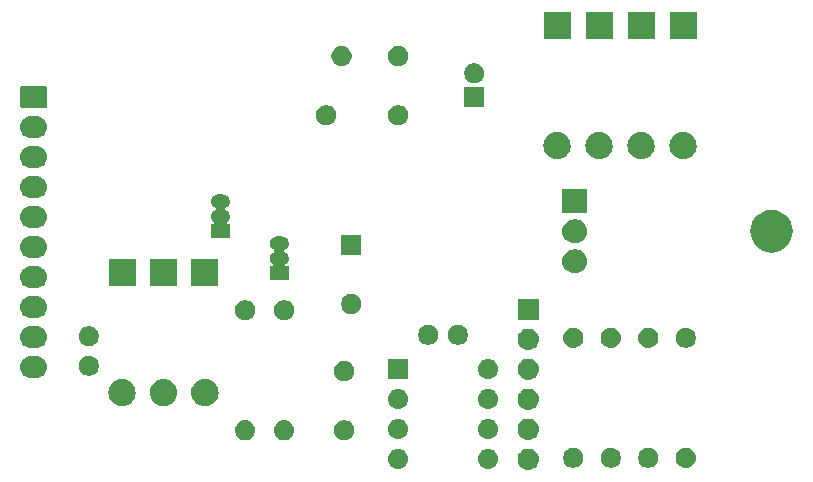
<source format=gbr>
G04 #@! TF.GenerationSoftware,KiCad,Pcbnew,6.0.0-unknown-r15630-3caa4376*
G04 #@! TF.CreationDate,2019-05-16T13:37:44+01:00*
G04 #@! TF.ProjectId,FuelGauge,4675656c-4761-4756-9765-2e6b69636164,1.0*
G04 #@! TF.SameCoordinates,Original*
G04 #@! TF.FileFunction,Soldermask,Bot*
G04 #@! TF.FilePolarity,Negative*
%FSLAX46Y46*%
G04 Gerber Fmt 4.6, Leading zero omitted, Abs format (unit mm)*
G04 Created by KiCad (PCBNEW 6.0.0-unknown-r15630-3caa4376) date 2019-05-16 13:37:44*
%MOMM*%
%LPD*%
G04 APERTURE LIST*
%ADD10C,0.100000*%
G04 APERTURE END LIST*
D10*
G36*
X149490442Y-97125518D02*
G01*
X149556627Y-97132037D01*
X149726466Y-97183557D01*
X149882991Y-97267222D01*
X149893682Y-97275996D01*
X150020186Y-97379814D01*
X150103448Y-97481271D01*
X150132778Y-97517009D01*
X150216443Y-97673534D01*
X150267963Y-97843373D01*
X150285359Y-98020000D01*
X150267963Y-98196627D01*
X150216443Y-98366466D01*
X150132778Y-98522991D01*
X150107317Y-98554015D01*
X150020186Y-98660186D01*
X149933060Y-98731687D01*
X149882991Y-98772778D01*
X149726466Y-98856443D01*
X149556627Y-98907963D01*
X149490442Y-98914482D01*
X149424260Y-98921000D01*
X149335740Y-98921000D01*
X149269557Y-98914481D01*
X149203373Y-98907963D01*
X149033534Y-98856443D01*
X148877009Y-98772778D01*
X148826940Y-98731687D01*
X148739814Y-98660186D01*
X148652683Y-98554015D01*
X148627222Y-98522991D01*
X148543557Y-98366466D01*
X148492037Y-98196627D01*
X148474641Y-98020000D01*
X148492037Y-97843373D01*
X148543557Y-97673534D01*
X148627222Y-97517009D01*
X148656552Y-97481271D01*
X148739814Y-97379814D01*
X148866318Y-97275996D01*
X148877009Y-97267222D01*
X149033534Y-97183557D01*
X149203373Y-97132037D01*
X149269558Y-97125518D01*
X149335740Y-97119000D01*
X149424260Y-97119000D01*
X149490442Y-97125518D01*
X149490442Y-97125518D01*
G37*
G36*
X146148823Y-97148313D02*
G01*
X146309242Y-97196976D01*
X146374739Y-97231985D01*
X146457078Y-97275996D01*
X146586659Y-97382341D01*
X146693004Y-97511922D01*
X146693005Y-97511924D01*
X146772024Y-97659758D01*
X146820687Y-97820177D01*
X146837117Y-97987000D01*
X146820687Y-98153823D01*
X146772024Y-98314242D01*
X146743249Y-98368076D01*
X146693004Y-98462078D01*
X146586659Y-98591659D01*
X146457078Y-98698004D01*
X146457076Y-98698005D01*
X146309242Y-98777024D01*
X146148823Y-98825687D01*
X146023804Y-98838000D01*
X145940196Y-98838000D01*
X145815177Y-98825687D01*
X145654758Y-98777024D01*
X145506924Y-98698005D01*
X145506922Y-98698004D01*
X145377341Y-98591659D01*
X145270996Y-98462078D01*
X145220751Y-98368076D01*
X145191976Y-98314242D01*
X145143313Y-98153823D01*
X145126883Y-97987000D01*
X145143313Y-97820177D01*
X145191976Y-97659758D01*
X145270995Y-97511924D01*
X145270996Y-97511922D01*
X145377341Y-97382341D01*
X145506922Y-97275996D01*
X145589261Y-97231985D01*
X145654758Y-97196976D01*
X145815177Y-97148313D01*
X145940196Y-97136000D01*
X146023804Y-97136000D01*
X146148823Y-97148313D01*
X146148823Y-97148313D01*
G37*
G36*
X138528823Y-97148313D02*
G01*
X138689242Y-97196976D01*
X138754739Y-97231985D01*
X138837078Y-97275996D01*
X138966659Y-97382341D01*
X139073004Y-97511922D01*
X139073005Y-97511924D01*
X139152024Y-97659758D01*
X139200687Y-97820177D01*
X139217117Y-97987000D01*
X139200687Y-98153823D01*
X139152024Y-98314242D01*
X139123249Y-98368076D01*
X139073004Y-98462078D01*
X138966659Y-98591659D01*
X138837078Y-98698004D01*
X138837076Y-98698005D01*
X138689242Y-98777024D01*
X138528823Y-98825687D01*
X138403804Y-98838000D01*
X138320196Y-98838000D01*
X138195177Y-98825687D01*
X138034758Y-98777024D01*
X137886924Y-98698005D01*
X137886922Y-98698004D01*
X137757341Y-98591659D01*
X137650996Y-98462078D01*
X137600751Y-98368076D01*
X137571976Y-98314242D01*
X137523313Y-98153823D01*
X137506883Y-97987000D01*
X137523313Y-97820177D01*
X137571976Y-97659758D01*
X137650995Y-97511924D01*
X137650996Y-97511922D01*
X137757341Y-97382341D01*
X137886922Y-97275996D01*
X137969261Y-97231985D01*
X138034758Y-97196976D01*
X138195177Y-97148313D01*
X138320196Y-97136000D01*
X138403804Y-97136000D01*
X138528823Y-97148313D01*
X138528823Y-97148313D01*
G37*
G36*
X153438228Y-97074703D02*
G01*
X153593100Y-97138853D01*
X153732481Y-97231985D01*
X153851015Y-97350519D01*
X153944147Y-97489900D01*
X154008297Y-97644772D01*
X154041000Y-97809184D01*
X154041000Y-97976816D01*
X154008297Y-98141228D01*
X153944147Y-98296100D01*
X153851015Y-98435481D01*
X153732481Y-98554015D01*
X153593100Y-98647147D01*
X153438228Y-98711297D01*
X153273816Y-98744000D01*
X153106184Y-98744000D01*
X152941772Y-98711297D01*
X152786900Y-98647147D01*
X152647519Y-98554015D01*
X152528985Y-98435481D01*
X152435853Y-98296100D01*
X152371703Y-98141228D01*
X152339000Y-97976816D01*
X152339000Y-97809184D01*
X152371703Y-97644772D01*
X152435853Y-97489900D01*
X152528985Y-97350519D01*
X152647519Y-97231985D01*
X152786900Y-97138853D01*
X152941772Y-97074703D01*
X153106184Y-97042000D01*
X153273816Y-97042000D01*
X153438228Y-97074703D01*
X153438228Y-97074703D01*
G37*
G36*
X162881823Y-97054313D02*
G01*
X163042242Y-97102976D01*
X163096611Y-97132037D01*
X163190078Y-97181996D01*
X163319659Y-97288341D01*
X163426004Y-97417922D01*
X163426005Y-97417924D01*
X163505024Y-97565758D01*
X163553687Y-97726177D01*
X163570117Y-97893000D01*
X163553687Y-98059823D01*
X163505024Y-98220242D01*
X163454780Y-98314242D01*
X163426004Y-98368078D01*
X163319659Y-98497659D01*
X163190078Y-98604004D01*
X163190076Y-98604005D01*
X163042242Y-98683024D01*
X162881823Y-98731687D01*
X162756804Y-98744000D01*
X162673196Y-98744000D01*
X162548177Y-98731687D01*
X162387758Y-98683024D01*
X162239924Y-98604005D01*
X162239922Y-98604004D01*
X162110341Y-98497659D01*
X162003996Y-98368078D01*
X161975220Y-98314242D01*
X161924976Y-98220242D01*
X161876313Y-98059823D01*
X161859883Y-97893000D01*
X161876313Y-97726177D01*
X161924976Y-97565758D01*
X162003995Y-97417924D01*
X162003996Y-97417922D01*
X162110341Y-97288341D01*
X162239922Y-97181996D01*
X162333389Y-97132037D01*
X162387758Y-97102976D01*
X162548177Y-97054313D01*
X162673196Y-97042000D01*
X162756804Y-97042000D01*
X162881823Y-97054313D01*
X162881823Y-97054313D01*
G37*
G36*
X159788228Y-97074703D02*
G01*
X159943100Y-97138853D01*
X160082481Y-97231985D01*
X160201015Y-97350519D01*
X160294147Y-97489900D01*
X160358297Y-97644772D01*
X160391000Y-97809184D01*
X160391000Y-97976816D01*
X160358297Y-98141228D01*
X160294147Y-98296100D01*
X160201015Y-98435481D01*
X160082481Y-98554015D01*
X159943100Y-98647147D01*
X159788228Y-98711297D01*
X159623816Y-98744000D01*
X159456184Y-98744000D01*
X159291772Y-98711297D01*
X159136900Y-98647147D01*
X158997519Y-98554015D01*
X158878985Y-98435481D01*
X158785853Y-98296100D01*
X158721703Y-98141228D01*
X158689000Y-97976816D01*
X158689000Y-97809184D01*
X158721703Y-97644772D01*
X158785853Y-97489900D01*
X158878985Y-97350519D01*
X158997519Y-97231985D01*
X159136900Y-97138853D01*
X159291772Y-97074703D01*
X159456184Y-97042000D01*
X159623816Y-97042000D01*
X159788228Y-97074703D01*
X159788228Y-97074703D01*
G37*
G36*
X156613228Y-97074703D02*
G01*
X156768100Y-97138853D01*
X156907481Y-97231985D01*
X157026015Y-97350519D01*
X157119147Y-97489900D01*
X157183297Y-97644772D01*
X157216000Y-97809184D01*
X157216000Y-97976816D01*
X157183297Y-98141228D01*
X157119147Y-98296100D01*
X157026015Y-98435481D01*
X156907481Y-98554015D01*
X156768100Y-98647147D01*
X156613228Y-98711297D01*
X156448816Y-98744000D01*
X156281184Y-98744000D01*
X156116772Y-98711297D01*
X155961900Y-98647147D01*
X155822519Y-98554015D01*
X155703985Y-98435481D01*
X155610853Y-98296100D01*
X155546703Y-98141228D01*
X155514000Y-97976816D01*
X155514000Y-97809184D01*
X155546703Y-97644772D01*
X155610853Y-97489900D01*
X155703985Y-97350519D01*
X155822519Y-97231985D01*
X155961900Y-97138853D01*
X156116772Y-97074703D01*
X156281184Y-97042000D01*
X156448816Y-97042000D01*
X156613228Y-97074703D01*
X156613228Y-97074703D01*
G37*
G36*
X134038228Y-94739703D02*
G01*
X134193100Y-94803853D01*
X134332481Y-94896985D01*
X134451015Y-95015519D01*
X134544147Y-95154900D01*
X134608297Y-95309772D01*
X134641000Y-95474184D01*
X134641000Y-95641816D01*
X134608297Y-95806228D01*
X134544147Y-95961100D01*
X134451015Y-96100481D01*
X134332481Y-96219015D01*
X134193100Y-96312147D01*
X134038228Y-96376297D01*
X133873816Y-96409000D01*
X133706184Y-96409000D01*
X133541772Y-96376297D01*
X133386900Y-96312147D01*
X133247519Y-96219015D01*
X133128985Y-96100481D01*
X133035853Y-95961100D01*
X132971703Y-95806228D01*
X132939000Y-95641816D01*
X132939000Y-95474184D01*
X132971703Y-95309772D01*
X133035853Y-95154900D01*
X133128985Y-95015519D01*
X133247519Y-94896985D01*
X133386900Y-94803853D01*
X133541772Y-94739703D01*
X133706184Y-94707000D01*
X133873816Y-94707000D01*
X134038228Y-94739703D01*
X134038228Y-94739703D01*
G37*
G36*
X128876823Y-94719313D02*
G01*
X129037242Y-94767976D01*
X129104361Y-94803852D01*
X129185078Y-94846996D01*
X129314659Y-94953341D01*
X129421004Y-95082922D01*
X129421005Y-95082924D01*
X129500024Y-95230758D01*
X129548687Y-95391177D01*
X129565117Y-95558000D01*
X129548687Y-95724823D01*
X129500024Y-95885242D01*
X129459477Y-95961100D01*
X129421004Y-96033078D01*
X129314659Y-96162659D01*
X129185078Y-96269004D01*
X129185076Y-96269005D01*
X129037242Y-96348024D01*
X128876823Y-96396687D01*
X128751804Y-96409000D01*
X128668196Y-96409000D01*
X128543177Y-96396687D01*
X128382758Y-96348024D01*
X128234924Y-96269005D01*
X128234922Y-96269004D01*
X128105341Y-96162659D01*
X127998996Y-96033078D01*
X127960523Y-95961100D01*
X127919976Y-95885242D01*
X127871313Y-95724823D01*
X127854883Y-95558000D01*
X127871313Y-95391177D01*
X127919976Y-95230758D01*
X127998995Y-95082924D01*
X127998996Y-95082922D01*
X128105341Y-94953341D01*
X128234922Y-94846996D01*
X128315639Y-94803852D01*
X128382758Y-94767976D01*
X128543177Y-94719313D01*
X128668196Y-94707000D01*
X128751804Y-94707000D01*
X128876823Y-94719313D01*
X128876823Y-94719313D01*
G37*
G36*
X125574823Y-94719313D02*
G01*
X125735242Y-94767976D01*
X125802361Y-94803852D01*
X125883078Y-94846996D01*
X126012659Y-94953341D01*
X126119004Y-95082922D01*
X126119005Y-95082924D01*
X126198024Y-95230758D01*
X126246687Y-95391177D01*
X126263117Y-95558000D01*
X126246687Y-95724823D01*
X126198024Y-95885242D01*
X126157477Y-95961100D01*
X126119004Y-96033078D01*
X126012659Y-96162659D01*
X125883078Y-96269004D01*
X125883076Y-96269005D01*
X125735242Y-96348024D01*
X125574823Y-96396687D01*
X125449804Y-96409000D01*
X125366196Y-96409000D01*
X125241177Y-96396687D01*
X125080758Y-96348024D01*
X124932924Y-96269005D01*
X124932922Y-96269004D01*
X124803341Y-96162659D01*
X124696996Y-96033078D01*
X124658523Y-95961100D01*
X124617976Y-95885242D01*
X124569313Y-95724823D01*
X124552883Y-95558000D01*
X124569313Y-95391177D01*
X124617976Y-95230758D01*
X124696995Y-95082924D01*
X124696996Y-95082922D01*
X124803341Y-94953341D01*
X124932922Y-94846996D01*
X125013639Y-94803852D01*
X125080758Y-94767976D01*
X125241177Y-94719313D01*
X125366196Y-94707000D01*
X125449804Y-94707000D01*
X125574823Y-94719313D01*
X125574823Y-94719313D01*
G37*
G36*
X149490443Y-94585519D02*
G01*
X149556627Y-94592037D01*
X149726466Y-94643557D01*
X149882991Y-94727222D01*
X149893682Y-94735996D01*
X150020186Y-94839814D01*
X150067104Y-94896985D01*
X150132778Y-94977009D01*
X150216443Y-95133534D01*
X150267963Y-95303373D01*
X150285359Y-95480000D01*
X150267963Y-95656627D01*
X150216443Y-95826466D01*
X150132778Y-95982991D01*
X150103448Y-96018729D01*
X150020186Y-96120186D01*
X149918729Y-96203448D01*
X149882991Y-96232778D01*
X149726466Y-96316443D01*
X149556627Y-96367963D01*
X149490443Y-96374481D01*
X149424260Y-96381000D01*
X149335740Y-96381000D01*
X149269557Y-96374481D01*
X149203373Y-96367963D01*
X149033534Y-96316443D01*
X148877009Y-96232778D01*
X148841271Y-96203448D01*
X148739814Y-96120186D01*
X148656552Y-96018729D01*
X148627222Y-95982991D01*
X148543557Y-95826466D01*
X148492037Y-95656627D01*
X148474641Y-95480000D01*
X148492037Y-95303373D01*
X148543557Y-95133534D01*
X148627222Y-94977009D01*
X148692896Y-94896985D01*
X148739814Y-94839814D01*
X148866318Y-94735996D01*
X148877009Y-94727222D01*
X149033534Y-94643557D01*
X149203373Y-94592037D01*
X149269557Y-94585519D01*
X149335740Y-94579000D01*
X149424260Y-94579000D01*
X149490443Y-94585519D01*
X149490443Y-94585519D01*
G37*
G36*
X138528823Y-94608313D02*
G01*
X138689242Y-94656976D01*
X138782830Y-94707000D01*
X138837078Y-94735996D01*
X138966659Y-94842341D01*
X139073004Y-94971922D01*
X139073005Y-94971924D01*
X139152024Y-95119758D01*
X139200687Y-95280177D01*
X139217117Y-95447000D01*
X139200687Y-95613823D01*
X139152024Y-95774242D01*
X139092695Y-95885239D01*
X139073004Y-95922078D01*
X138966659Y-96051659D01*
X138837078Y-96158004D01*
X138837076Y-96158005D01*
X138689242Y-96237024D01*
X138528823Y-96285687D01*
X138403804Y-96298000D01*
X138320196Y-96298000D01*
X138195177Y-96285687D01*
X138034758Y-96237024D01*
X137886924Y-96158005D01*
X137886922Y-96158004D01*
X137757341Y-96051659D01*
X137650996Y-95922078D01*
X137631305Y-95885239D01*
X137571976Y-95774242D01*
X137523313Y-95613823D01*
X137506883Y-95447000D01*
X137523313Y-95280177D01*
X137571976Y-95119758D01*
X137650995Y-94971924D01*
X137650996Y-94971922D01*
X137757341Y-94842341D01*
X137886922Y-94735996D01*
X137941170Y-94707000D01*
X138034758Y-94656976D01*
X138195177Y-94608313D01*
X138320196Y-94596000D01*
X138403804Y-94596000D01*
X138528823Y-94608313D01*
X138528823Y-94608313D01*
G37*
G36*
X146148823Y-94608313D02*
G01*
X146309242Y-94656976D01*
X146402830Y-94707000D01*
X146457078Y-94735996D01*
X146586659Y-94842341D01*
X146693004Y-94971922D01*
X146693005Y-94971924D01*
X146772024Y-95119758D01*
X146820687Y-95280177D01*
X146837117Y-95447000D01*
X146820687Y-95613823D01*
X146772024Y-95774242D01*
X146712695Y-95885239D01*
X146693004Y-95922078D01*
X146586659Y-96051659D01*
X146457078Y-96158004D01*
X146457076Y-96158005D01*
X146309242Y-96237024D01*
X146148823Y-96285687D01*
X146023804Y-96298000D01*
X145940196Y-96298000D01*
X145815177Y-96285687D01*
X145654758Y-96237024D01*
X145506924Y-96158005D01*
X145506922Y-96158004D01*
X145377341Y-96051659D01*
X145270996Y-95922078D01*
X145251305Y-95885239D01*
X145191976Y-95774242D01*
X145143313Y-95613823D01*
X145126883Y-95447000D01*
X145143313Y-95280177D01*
X145191976Y-95119758D01*
X145270995Y-94971924D01*
X145270996Y-94971922D01*
X145377341Y-94842341D01*
X145506922Y-94735996D01*
X145561170Y-94707000D01*
X145654758Y-94656976D01*
X145815177Y-94608313D01*
X145940196Y-94596000D01*
X146023804Y-94596000D01*
X146148823Y-94608313D01*
X146148823Y-94608313D01*
G37*
G36*
X149490442Y-92045518D02*
G01*
X149556627Y-92052037D01*
X149726466Y-92103557D01*
X149882991Y-92187222D01*
X149893682Y-92195996D01*
X150020186Y-92299814D01*
X150088454Y-92383000D01*
X150132778Y-92437009D01*
X150216443Y-92593534D01*
X150267963Y-92763373D01*
X150285359Y-92940000D01*
X150267963Y-93116627D01*
X150216443Y-93286466D01*
X150132778Y-93442991D01*
X150125771Y-93451529D01*
X150020186Y-93580186D01*
X149918729Y-93663448D01*
X149882991Y-93692778D01*
X149726466Y-93776443D01*
X149556627Y-93827963D01*
X149490442Y-93834482D01*
X149424260Y-93841000D01*
X149335740Y-93841000D01*
X149269558Y-93834482D01*
X149203373Y-93827963D01*
X149033534Y-93776443D01*
X148877009Y-93692778D01*
X148841271Y-93663448D01*
X148739814Y-93580186D01*
X148634229Y-93451529D01*
X148627222Y-93442991D01*
X148543557Y-93286466D01*
X148492037Y-93116627D01*
X148474641Y-92940000D01*
X148492037Y-92763373D01*
X148543557Y-92593534D01*
X148627222Y-92437009D01*
X148671546Y-92383000D01*
X148739814Y-92299814D01*
X148866318Y-92195996D01*
X148877009Y-92187222D01*
X149033534Y-92103557D01*
X149203373Y-92052037D01*
X149269558Y-92045518D01*
X149335740Y-92039000D01*
X149424260Y-92039000D01*
X149490442Y-92045518D01*
X149490442Y-92045518D01*
G37*
G36*
X138528823Y-92068313D02*
G01*
X138689242Y-92116976D01*
X138764804Y-92157365D01*
X138837078Y-92195996D01*
X138966659Y-92302341D01*
X139073004Y-92431922D01*
X139073005Y-92431924D01*
X139152024Y-92579758D01*
X139200687Y-92740177D01*
X139217117Y-92907000D01*
X139200687Y-93073823D01*
X139152024Y-93234242D01*
X139093008Y-93344653D01*
X139073004Y-93382078D01*
X138966659Y-93511659D01*
X138837078Y-93618004D01*
X138837076Y-93618005D01*
X138689242Y-93697024D01*
X138528823Y-93745687D01*
X138403804Y-93758000D01*
X138320196Y-93758000D01*
X138195177Y-93745687D01*
X138034758Y-93697024D01*
X137886924Y-93618005D01*
X137886922Y-93618004D01*
X137757341Y-93511659D01*
X137650996Y-93382078D01*
X137630992Y-93344653D01*
X137571976Y-93234242D01*
X137523313Y-93073823D01*
X137506883Y-92907000D01*
X137523313Y-92740177D01*
X137571976Y-92579758D01*
X137650995Y-92431924D01*
X137650996Y-92431922D01*
X137757341Y-92302341D01*
X137886922Y-92195996D01*
X137959196Y-92157365D01*
X138034758Y-92116976D01*
X138195177Y-92068313D01*
X138320196Y-92056000D01*
X138403804Y-92056000D01*
X138528823Y-92068313D01*
X138528823Y-92068313D01*
G37*
G36*
X146148823Y-92068313D02*
G01*
X146309242Y-92116976D01*
X146384804Y-92157365D01*
X146457078Y-92195996D01*
X146586659Y-92302341D01*
X146693004Y-92431922D01*
X146693005Y-92431924D01*
X146772024Y-92579758D01*
X146820687Y-92740177D01*
X146837117Y-92907000D01*
X146820687Y-93073823D01*
X146772024Y-93234242D01*
X146713008Y-93344653D01*
X146693004Y-93382078D01*
X146586659Y-93511659D01*
X146457078Y-93618004D01*
X146457076Y-93618005D01*
X146309242Y-93697024D01*
X146148823Y-93745687D01*
X146023804Y-93758000D01*
X145940196Y-93758000D01*
X145815177Y-93745687D01*
X145654758Y-93697024D01*
X145506924Y-93618005D01*
X145506922Y-93618004D01*
X145377341Y-93511659D01*
X145270996Y-93382078D01*
X145250992Y-93344653D01*
X145191976Y-93234242D01*
X145143313Y-93073823D01*
X145126883Y-92907000D01*
X145143313Y-92740177D01*
X145191976Y-92579758D01*
X145270995Y-92431924D01*
X145270996Y-92431922D01*
X145377341Y-92302341D01*
X145506922Y-92195996D01*
X145579196Y-92157365D01*
X145654758Y-92116976D01*
X145815177Y-92068313D01*
X145940196Y-92056000D01*
X146023804Y-92056000D01*
X146148823Y-92068313D01*
X146148823Y-92068313D01*
G37*
G36*
X118667937Y-91243103D02*
G01*
X118724301Y-91248654D01*
X118941266Y-91314470D01*
X118941268Y-91314471D01*
X119141221Y-91421347D01*
X119316484Y-91565182D01*
X119460319Y-91740445D01*
X119567195Y-91940398D01*
X119567196Y-91940400D01*
X119633012Y-92157365D01*
X119655235Y-92383000D01*
X119633012Y-92608635D01*
X119586072Y-92763375D01*
X119567195Y-92825602D01*
X119460319Y-93025555D01*
X119316484Y-93200818D01*
X119141221Y-93344653D01*
X118941268Y-93451529D01*
X118941266Y-93451530D01*
X118724301Y-93517346D01*
X118667937Y-93522897D01*
X118555211Y-93534000D01*
X118442121Y-93534000D01*
X118329395Y-93522897D01*
X118273031Y-93517346D01*
X118056066Y-93451530D01*
X118056064Y-93451529D01*
X117856111Y-93344653D01*
X117680848Y-93200818D01*
X117537013Y-93025555D01*
X117430137Y-92825602D01*
X117411261Y-92763375D01*
X117364320Y-92608635D01*
X117342097Y-92383000D01*
X117364320Y-92157365D01*
X117430136Y-91940400D01*
X117430137Y-91940398D01*
X117537013Y-91740445D01*
X117680848Y-91565182D01*
X117856111Y-91421347D01*
X118056064Y-91314471D01*
X118056066Y-91314470D01*
X118273031Y-91248654D01*
X118329395Y-91243103D01*
X118442121Y-91232000D01*
X118555211Y-91232000D01*
X118667937Y-91243103D01*
X118667937Y-91243103D01*
G37*
G36*
X122172603Y-91243103D02*
G01*
X122228967Y-91248654D01*
X122445932Y-91314470D01*
X122445934Y-91314471D01*
X122645887Y-91421347D01*
X122821150Y-91565182D01*
X122964985Y-91740445D01*
X123071861Y-91940398D01*
X123071862Y-91940400D01*
X123137678Y-92157365D01*
X123159901Y-92383000D01*
X123137678Y-92608635D01*
X123090738Y-92763375D01*
X123071861Y-92825602D01*
X122964985Y-93025555D01*
X122821150Y-93200818D01*
X122645887Y-93344653D01*
X122445934Y-93451529D01*
X122445932Y-93451530D01*
X122228967Y-93517346D01*
X122172603Y-93522897D01*
X122059877Y-93534000D01*
X121946787Y-93534000D01*
X121834061Y-93522897D01*
X121777697Y-93517346D01*
X121560732Y-93451530D01*
X121560730Y-93451529D01*
X121360777Y-93344653D01*
X121185514Y-93200818D01*
X121041679Y-93025555D01*
X120934803Y-92825602D01*
X120915927Y-92763375D01*
X120868986Y-92608635D01*
X120846763Y-92383000D01*
X120868986Y-92157365D01*
X120934802Y-91940400D01*
X120934803Y-91940398D01*
X121041679Y-91740445D01*
X121185514Y-91565182D01*
X121360777Y-91421347D01*
X121560730Y-91314471D01*
X121560732Y-91314470D01*
X121777697Y-91248654D01*
X121834061Y-91243103D01*
X121946787Y-91232000D01*
X122059877Y-91232000D01*
X122172603Y-91243103D01*
X122172603Y-91243103D01*
G37*
G36*
X115163271Y-91243103D02*
G01*
X115219635Y-91248654D01*
X115436600Y-91314470D01*
X115436602Y-91314471D01*
X115636555Y-91421347D01*
X115811818Y-91565182D01*
X115955653Y-91740445D01*
X116062529Y-91940398D01*
X116062530Y-91940400D01*
X116128346Y-92157365D01*
X116150569Y-92383000D01*
X116128346Y-92608635D01*
X116081406Y-92763375D01*
X116062529Y-92825602D01*
X115955653Y-93025555D01*
X115811818Y-93200818D01*
X115636555Y-93344653D01*
X115436602Y-93451529D01*
X115436600Y-93451530D01*
X115219635Y-93517346D01*
X115163271Y-93522897D01*
X115050545Y-93534000D01*
X114937455Y-93534000D01*
X114824729Y-93522897D01*
X114768365Y-93517346D01*
X114551400Y-93451530D01*
X114551398Y-93451529D01*
X114351445Y-93344653D01*
X114176182Y-93200818D01*
X114032347Y-93025555D01*
X113925471Y-92825602D01*
X113906595Y-92763375D01*
X113859654Y-92608635D01*
X113837431Y-92383000D01*
X113859654Y-92157365D01*
X113925470Y-91940400D01*
X113925471Y-91940398D01*
X114032347Y-91740445D01*
X114176182Y-91565182D01*
X114351445Y-91421347D01*
X114551398Y-91314471D01*
X114551400Y-91314470D01*
X114768365Y-91248654D01*
X114824729Y-91243103D01*
X114937455Y-91232000D01*
X115050545Y-91232000D01*
X115163271Y-91243103D01*
X115163271Y-91243103D01*
G37*
G36*
X134038228Y-89739703D02*
G01*
X134193100Y-89803853D01*
X134332481Y-89896985D01*
X134451015Y-90015519D01*
X134544147Y-90154900D01*
X134608297Y-90309772D01*
X134641000Y-90474184D01*
X134641000Y-90641816D01*
X134608297Y-90806228D01*
X134544147Y-90961100D01*
X134451015Y-91100481D01*
X134332481Y-91219015D01*
X134193100Y-91312147D01*
X134038228Y-91376297D01*
X133873816Y-91409000D01*
X133706184Y-91409000D01*
X133541772Y-91376297D01*
X133386900Y-91312147D01*
X133247519Y-91219015D01*
X133128985Y-91100481D01*
X133035853Y-90961100D01*
X132971703Y-90806228D01*
X132939000Y-90641816D01*
X132939000Y-90474184D01*
X132971703Y-90309772D01*
X133035853Y-90154900D01*
X133128985Y-90015519D01*
X133247519Y-89896985D01*
X133386900Y-89803853D01*
X133541772Y-89739703D01*
X133706184Y-89707000D01*
X133873816Y-89707000D01*
X134038228Y-89739703D01*
X134038228Y-89739703D01*
G37*
G36*
X149490443Y-89505519D02*
G01*
X149556627Y-89512037D01*
X149726466Y-89563557D01*
X149882991Y-89647222D01*
X149893682Y-89655996D01*
X150020186Y-89759814D01*
X150100576Y-89857771D01*
X150132778Y-89897009D01*
X150132779Y-89897011D01*
X150199687Y-90022185D01*
X150216443Y-90053534D01*
X150267963Y-90223373D01*
X150285359Y-90400000D01*
X150267963Y-90576627D01*
X150216443Y-90746466D01*
X150132778Y-90902991D01*
X150115294Y-90924295D01*
X150020186Y-91040186D01*
X149946716Y-91100480D01*
X149882991Y-91152778D01*
X149726466Y-91236443D01*
X149556627Y-91287963D01*
X149490442Y-91294482D01*
X149424260Y-91301000D01*
X149335740Y-91301000D01*
X149269558Y-91294482D01*
X149203373Y-91287963D01*
X149033534Y-91236443D01*
X148877009Y-91152778D01*
X148813284Y-91100480D01*
X148739814Y-91040186D01*
X148644706Y-90924295D01*
X148627222Y-90902991D01*
X148543557Y-90746466D01*
X148492037Y-90576627D01*
X148474641Y-90400000D01*
X148492037Y-90223373D01*
X148543557Y-90053534D01*
X148560314Y-90022185D01*
X148627221Y-89897011D01*
X148627222Y-89897009D01*
X148659424Y-89857771D01*
X148739814Y-89759814D01*
X148866318Y-89655996D01*
X148877009Y-89647222D01*
X149033534Y-89563557D01*
X149203373Y-89512037D01*
X149269557Y-89505519D01*
X149335740Y-89499000D01*
X149424260Y-89499000D01*
X149490443Y-89505519D01*
X149490443Y-89505519D01*
G37*
G36*
X139213000Y-91218000D02*
G01*
X137511000Y-91218000D01*
X137511000Y-89516000D01*
X139213000Y-89516000D01*
X139213000Y-91218000D01*
X139213000Y-91218000D01*
G37*
G36*
X146148823Y-89528313D02*
G01*
X146309242Y-89576976D01*
X146440661Y-89647221D01*
X146457078Y-89655996D01*
X146586659Y-89762341D01*
X146693004Y-89891922D01*
X146693005Y-89891924D01*
X146772024Y-90039758D01*
X146820687Y-90200177D01*
X146837117Y-90367000D01*
X146820687Y-90533823D01*
X146772024Y-90694242D01*
X146733126Y-90767015D01*
X146693004Y-90842078D01*
X146586659Y-90971659D01*
X146457078Y-91078004D01*
X146457076Y-91078005D01*
X146309242Y-91157024D01*
X146148823Y-91205687D01*
X146023804Y-91218000D01*
X145940196Y-91218000D01*
X145815177Y-91205687D01*
X145654758Y-91157024D01*
X145506924Y-91078005D01*
X145506922Y-91078004D01*
X145377341Y-90971659D01*
X145270996Y-90842078D01*
X145230874Y-90767015D01*
X145191976Y-90694242D01*
X145143313Y-90533823D01*
X145126883Y-90367000D01*
X145143313Y-90200177D01*
X145191976Y-90039758D01*
X145270995Y-89891924D01*
X145270996Y-89891922D01*
X145377341Y-89762341D01*
X145506922Y-89655996D01*
X145523339Y-89647221D01*
X145654758Y-89576976D01*
X145815177Y-89528313D01*
X145940196Y-89516000D01*
X146023804Y-89516000D01*
X146148823Y-89528313D01*
X146148823Y-89528313D01*
G37*
G36*
X107821345Y-89307442D02*
G01*
X107911548Y-89316326D01*
X108085157Y-89368990D01*
X108245156Y-89454511D01*
X108288729Y-89490271D01*
X108385397Y-89569603D01*
X108449096Y-89647222D01*
X108500489Y-89709844D01*
X108586010Y-89869843D01*
X108638674Y-90043452D01*
X108656456Y-90224000D01*
X108638674Y-90404548D01*
X108586010Y-90578157D01*
X108500489Y-90738156D01*
X108493667Y-90746468D01*
X108385397Y-90878397D01*
X108289618Y-90957000D01*
X108245156Y-90993489D01*
X108085157Y-91079010D01*
X107911548Y-91131674D01*
X107821345Y-91140558D01*
X107776245Y-91145000D01*
X107225755Y-91145000D01*
X107180655Y-91140558D01*
X107090452Y-91131674D01*
X106916843Y-91079010D01*
X106756844Y-90993489D01*
X106712382Y-90957000D01*
X106616603Y-90878397D01*
X106508333Y-90746468D01*
X106501511Y-90738156D01*
X106415990Y-90578157D01*
X106363326Y-90404548D01*
X106345544Y-90224000D01*
X106363326Y-90043452D01*
X106415990Y-89869843D01*
X106501511Y-89709844D01*
X106552904Y-89647222D01*
X106616603Y-89569603D01*
X106713271Y-89490271D01*
X106756844Y-89454511D01*
X106916843Y-89368990D01*
X107090452Y-89316326D01*
X107180655Y-89307442D01*
X107225755Y-89303000D01*
X107776245Y-89303000D01*
X107821345Y-89307442D01*
X107821345Y-89307442D01*
G37*
G36*
X112417228Y-89287703D02*
G01*
X112572100Y-89351853D01*
X112711481Y-89444985D01*
X112830015Y-89563519D01*
X112923147Y-89702900D01*
X112987297Y-89857772D01*
X113020000Y-90022184D01*
X113020000Y-90189816D01*
X112987297Y-90354228D01*
X112923147Y-90509100D01*
X112830015Y-90648481D01*
X112711481Y-90767015D01*
X112572100Y-90860147D01*
X112417228Y-90924297D01*
X112252816Y-90957000D01*
X112085184Y-90957000D01*
X111920772Y-90924297D01*
X111765900Y-90860147D01*
X111626519Y-90767015D01*
X111507985Y-90648481D01*
X111414853Y-90509100D01*
X111350703Y-90354228D01*
X111318000Y-90189816D01*
X111318000Y-90022184D01*
X111350703Y-89857772D01*
X111414853Y-89702900D01*
X111507985Y-89563519D01*
X111626519Y-89444985D01*
X111765900Y-89351853D01*
X111920772Y-89287703D01*
X112085184Y-89255000D01*
X112252816Y-89255000D01*
X112417228Y-89287703D01*
X112417228Y-89287703D01*
G37*
G36*
X149490442Y-86965518D02*
G01*
X149556627Y-86972037D01*
X149726466Y-87023557D01*
X149882991Y-87107222D01*
X149908724Y-87128341D01*
X150020186Y-87219814D01*
X150103448Y-87321271D01*
X150132778Y-87357009D01*
X150216443Y-87513534D01*
X150267963Y-87683373D01*
X150285359Y-87860000D01*
X150267963Y-88036627D01*
X150216443Y-88206466D01*
X150132778Y-88362991D01*
X150107317Y-88394015D01*
X150020186Y-88500186D01*
X149933060Y-88571687D01*
X149882991Y-88612778D01*
X149726466Y-88696443D01*
X149556627Y-88747963D01*
X149490443Y-88754481D01*
X149424260Y-88761000D01*
X149335740Y-88761000D01*
X149269557Y-88754481D01*
X149203373Y-88747963D01*
X149033534Y-88696443D01*
X148877009Y-88612778D01*
X148826940Y-88571687D01*
X148739814Y-88500186D01*
X148652683Y-88394015D01*
X148627222Y-88362991D01*
X148543557Y-88206466D01*
X148492037Y-88036627D01*
X148474641Y-87860000D01*
X148492037Y-87683373D01*
X148543557Y-87513534D01*
X148627222Y-87357009D01*
X148656552Y-87321271D01*
X148739814Y-87219814D01*
X148851276Y-87128341D01*
X148877009Y-87107222D01*
X149033534Y-87023557D01*
X149203373Y-86972037D01*
X149269558Y-86965518D01*
X149335740Y-86959000D01*
X149424260Y-86959000D01*
X149490442Y-86965518D01*
X149490442Y-86965518D01*
G37*
G36*
X107821345Y-86767442D02*
G01*
X107911548Y-86776326D01*
X108085157Y-86828990D01*
X108245156Y-86914511D01*
X108279839Y-86942975D01*
X108385397Y-87029603D01*
X108449096Y-87107222D01*
X108500489Y-87169844D01*
X108586010Y-87329843D01*
X108638674Y-87503452D01*
X108656456Y-87684000D01*
X108638674Y-87864548D01*
X108586010Y-88038157D01*
X108500489Y-88198156D01*
X108464729Y-88241729D01*
X108385397Y-88338397D01*
X108317625Y-88394015D01*
X108245156Y-88453489D01*
X108085157Y-88539010D01*
X107911548Y-88591674D01*
X107821345Y-88600558D01*
X107776245Y-88605000D01*
X107225755Y-88605000D01*
X107180655Y-88600558D01*
X107090452Y-88591674D01*
X106916843Y-88539010D01*
X106756844Y-88453489D01*
X106684375Y-88394015D01*
X106616603Y-88338397D01*
X106537271Y-88241729D01*
X106501511Y-88198156D01*
X106415990Y-88038157D01*
X106363326Y-87864548D01*
X106345544Y-87684000D01*
X106363326Y-87503452D01*
X106415990Y-87329843D01*
X106501511Y-87169844D01*
X106552904Y-87107222D01*
X106616603Y-87029603D01*
X106722161Y-86942975D01*
X106756844Y-86914511D01*
X106916843Y-86828990D01*
X107090452Y-86776326D01*
X107180655Y-86767442D01*
X107225755Y-86763000D01*
X107776245Y-86763000D01*
X107821345Y-86767442D01*
X107821345Y-86767442D01*
G37*
G36*
X153356823Y-86894313D02*
G01*
X153517242Y-86942976D01*
X153571611Y-86972037D01*
X153665078Y-87021996D01*
X153794659Y-87128341D01*
X153901004Y-87257922D01*
X153901005Y-87257924D01*
X153980024Y-87405758D01*
X154028687Y-87566177D01*
X154045117Y-87733000D01*
X154028687Y-87899823D01*
X153980024Y-88060242D01*
X153939477Y-88136100D01*
X153901004Y-88208078D01*
X153794659Y-88337659D01*
X153665078Y-88444004D01*
X153665076Y-88444005D01*
X153517242Y-88523024D01*
X153356823Y-88571687D01*
X153231804Y-88584000D01*
X153148196Y-88584000D01*
X153023177Y-88571687D01*
X152862758Y-88523024D01*
X152714924Y-88444005D01*
X152714922Y-88444004D01*
X152585341Y-88337659D01*
X152478996Y-88208078D01*
X152440523Y-88136100D01*
X152399976Y-88060242D01*
X152351313Y-87899823D01*
X152334883Y-87733000D01*
X152351313Y-87566177D01*
X152399976Y-87405758D01*
X152478995Y-87257924D01*
X152478996Y-87257922D01*
X152585341Y-87128341D01*
X152714922Y-87021996D01*
X152808389Y-86972037D01*
X152862758Y-86942976D01*
X153023177Y-86894313D01*
X153148196Y-86882000D01*
X153231804Y-86882000D01*
X153356823Y-86894313D01*
X153356823Y-86894313D01*
G37*
G36*
X159706823Y-86894313D02*
G01*
X159867242Y-86942976D01*
X159921611Y-86972037D01*
X160015078Y-87021996D01*
X160144659Y-87128341D01*
X160251004Y-87257922D01*
X160251005Y-87257924D01*
X160330024Y-87405758D01*
X160378687Y-87566177D01*
X160395117Y-87733000D01*
X160378687Y-87899823D01*
X160330024Y-88060242D01*
X160289477Y-88136100D01*
X160251004Y-88208078D01*
X160144659Y-88337659D01*
X160015078Y-88444004D01*
X160015076Y-88444005D01*
X159867242Y-88523024D01*
X159706823Y-88571687D01*
X159581804Y-88584000D01*
X159498196Y-88584000D01*
X159373177Y-88571687D01*
X159212758Y-88523024D01*
X159064924Y-88444005D01*
X159064922Y-88444004D01*
X158935341Y-88337659D01*
X158828996Y-88208078D01*
X158790523Y-88136100D01*
X158749976Y-88060242D01*
X158701313Y-87899823D01*
X158684883Y-87733000D01*
X158701313Y-87566177D01*
X158749976Y-87405758D01*
X158828995Y-87257924D01*
X158828996Y-87257922D01*
X158935341Y-87128341D01*
X159064922Y-87021996D01*
X159158389Y-86972037D01*
X159212758Y-86942976D01*
X159373177Y-86894313D01*
X159498196Y-86882000D01*
X159581804Y-86882000D01*
X159706823Y-86894313D01*
X159706823Y-86894313D01*
G37*
G36*
X156531823Y-86894313D02*
G01*
X156692242Y-86942976D01*
X156746611Y-86972037D01*
X156840078Y-87021996D01*
X156969659Y-87128341D01*
X157076004Y-87257922D01*
X157076005Y-87257924D01*
X157155024Y-87405758D01*
X157203687Y-87566177D01*
X157220117Y-87733000D01*
X157203687Y-87899823D01*
X157155024Y-88060242D01*
X157114477Y-88136100D01*
X157076004Y-88208078D01*
X156969659Y-88337659D01*
X156840078Y-88444004D01*
X156840076Y-88444005D01*
X156692242Y-88523024D01*
X156531823Y-88571687D01*
X156406804Y-88584000D01*
X156323196Y-88584000D01*
X156198177Y-88571687D01*
X156037758Y-88523024D01*
X155889924Y-88444005D01*
X155889922Y-88444004D01*
X155760341Y-88337659D01*
X155653996Y-88208078D01*
X155615523Y-88136100D01*
X155574976Y-88060242D01*
X155526313Y-87899823D01*
X155509883Y-87733000D01*
X155526313Y-87566177D01*
X155574976Y-87405758D01*
X155653995Y-87257924D01*
X155653996Y-87257922D01*
X155760341Y-87128341D01*
X155889922Y-87021996D01*
X155983389Y-86972037D01*
X156037758Y-86942976D01*
X156198177Y-86894313D01*
X156323196Y-86882000D01*
X156406804Y-86882000D01*
X156531823Y-86894313D01*
X156531823Y-86894313D01*
G37*
G36*
X162963228Y-86914703D02*
G01*
X163118100Y-86978853D01*
X163257481Y-87071985D01*
X163376015Y-87190519D01*
X163469147Y-87329900D01*
X163533297Y-87484772D01*
X163566000Y-87649184D01*
X163566000Y-87816816D01*
X163533297Y-87981228D01*
X163469147Y-88136100D01*
X163376015Y-88275481D01*
X163257481Y-88394015D01*
X163118100Y-88487147D01*
X162963228Y-88551297D01*
X162798816Y-88584000D01*
X162631184Y-88584000D01*
X162466772Y-88551297D01*
X162311900Y-88487147D01*
X162172519Y-88394015D01*
X162053985Y-88275481D01*
X161960853Y-88136100D01*
X161896703Y-87981228D01*
X161864000Y-87816816D01*
X161864000Y-87649184D01*
X161896703Y-87484772D01*
X161960853Y-87329900D01*
X162053985Y-87190519D01*
X162172519Y-87071985D01*
X162311900Y-86978853D01*
X162466772Y-86914703D01*
X162631184Y-86882000D01*
X162798816Y-86882000D01*
X162963228Y-86914703D01*
X162963228Y-86914703D01*
G37*
G36*
X112417228Y-86787703D02*
G01*
X112572100Y-86851853D01*
X112711481Y-86944985D01*
X112830015Y-87063519D01*
X112923147Y-87202900D01*
X112987297Y-87357772D01*
X113020000Y-87522184D01*
X113020000Y-87689816D01*
X112987297Y-87854228D01*
X112923147Y-88009100D01*
X112830015Y-88148481D01*
X112711481Y-88267015D01*
X112572100Y-88360147D01*
X112417228Y-88424297D01*
X112252816Y-88457000D01*
X112085184Y-88457000D01*
X111920772Y-88424297D01*
X111765900Y-88360147D01*
X111626519Y-88267015D01*
X111507985Y-88148481D01*
X111414853Y-88009100D01*
X111350703Y-87854228D01*
X111318000Y-87689816D01*
X111318000Y-87522184D01*
X111350703Y-87357772D01*
X111414853Y-87202900D01*
X111507985Y-87063519D01*
X111626519Y-86944985D01*
X111765900Y-86851853D01*
X111920772Y-86787703D01*
X112085184Y-86755000D01*
X112252816Y-86755000D01*
X112417228Y-86787703D01*
X112417228Y-86787703D01*
G37*
G36*
X141160228Y-86660703D02*
G01*
X141315100Y-86724853D01*
X141454481Y-86817985D01*
X141573015Y-86936519D01*
X141666147Y-87075900D01*
X141730297Y-87230772D01*
X141763000Y-87395184D01*
X141763000Y-87562816D01*
X141730297Y-87727228D01*
X141666147Y-87882100D01*
X141573015Y-88021481D01*
X141454481Y-88140015D01*
X141315100Y-88233147D01*
X141160228Y-88297297D01*
X140995816Y-88330000D01*
X140828184Y-88330000D01*
X140663772Y-88297297D01*
X140508900Y-88233147D01*
X140369519Y-88140015D01*
X140250985Y-88021481D01*
X140157853Y-87882100D01*
X140093703Y-87727228D01*
X140061000Y-87562816D01*
X140061000Y-87395184D01*
X140093703Y-87230772D01*
X140157853Y-87075900D01*
X140250985Y-86936519D01*
X140369519Y-86817985D01*
X140508900Y-86724853D01*
X140663772Y-86660703D01*
X140828184Y-86628000D01*
X140995816Y-86628000D01*
X141160228Y-86660703D01*
X141160228Y-86660703D01*
G37*
G36*
X143660228Y-86660703D02*
G01*
X143815100Y-86724853D01*
X143954481Y-86817985D01*
X144073015Y-86936519D01*
X144166147Y-87075900D01*
X144230297Y-87230772D01*
X144263000Y-87395184D01*
X144263000Y-87562816D01*
X144230297Y-87727228D01*
X144166147Y-87882100D01*
X144073015Y-88021481D01*
X143954481Y-88140015D01*
X143815100Y-88233147D01*
X143660228Y-88297297D01*
X143495816Y-88330000D01*
X143328184Y-88330000D01*
X143163772Y-88297297D01*
X143008900Y-88233147D01*
X142869519Y-88140015D01*
X142750985Y-88021481D01*
X142657853Y-87882100D01*
X142593703Y-87727228D01*
X142561000Y-87562816D01*
X142561000Y-87395184D01*
X142593703Y-87230772D01*
X142657853Y-87075900D01*
X142750985Y-86936519D01*
X142869519Y-86817985D01*
X143008900Y-86724853D01*
X143163772Y-86660703D01*
X143328184Y-86628000D01*
X143495816Y-86628000D01*
X143660228Y-86660703D01*
X143660228Y-86660703D01*
G37*
G36*
X128958228Y-84579703D02*
G01*
X129113100Y-84643853D01*
X129252481Y-84736985D01*
X129371015Y-84855519D01*
X129464147Y-84994900D01*
X129528297Y-85149772D01*
X129561000Y-85314184D01*
X129561000Y-85481816D01*
X129528297Y-85646228D01*
X129464147Y-85801100D01*
X129371015Y-85940481D01*
X129252481Y-86059015D01*
X129113100Y-86152147D01*
X128958228Y-86216297D01*
X128793816Y-86249000D01*
X128626184Y-86249000D01*
X128461772Y-86216297D01*
X128306900Y-86152147D01*
X128167519Y-86059015D01*
X128048985Y-85940481D01*
X127955853Y-85801100D01*
X127891703Y-85646228D01*
X127859000Y-85481816D01*
X127859000Y-85314184D01*
X127891703Y-85149772D01*
X127955853Y-84994900D01*
X128048985Y-84855519D01*
X128167519Y-84736985D01*
X128306900Y-84643853D01*
X128461772Y-84579703D01*
X128626184Y-84547000D01*
X128793816Y-84547000D01*
X128958228Y-84579703D01*
X128958228Y-84579703D01*
G37*
G36*
X125656228Y-84579703D02*
G01*
X125811100Y-84643853D01*
X125950481Y-84736985D01*
X126069015Y-84855519D01*
X126162147Y-84994900D01*
X126226297Y-85149772D01*
X126259000Y-85314184D01*
X126259000Y-85481816D01*
X126226297Y-85646228D01*
X126162147Y-85801100D01*
X126069015Y-85940481D01*
X125950481Y-86059015D01*
X125811100Y-86152147D01*
X125656228Y-86216297D01*
X125491816Y-86249000D01*
X125324184Y-86249000D01*
X125159772Y-86216297D01*
X125004900Y-86152147D01*
X124865519Y-86059015D01*
X124746985Y-85940481D01*
X124653853Y-85801100D01*
X124589703Y-85646228D01*
X124557000Y-85481816D01*
X124557000Y-85314184D01*
X124589703Y-85149772D01*
X124653853Y-84994900D01*
X124746985Y-84855519D01*
X124865519Y-84736985D01*
X125004900Y-84643853D01*
X125159772Y-84579703D01*
X125324184Y-84547000D01*
X125491816Y-84547000D01*
X125656228Y-84579703D01*
X125656228Y-84579703D01*
G37*
G36*
X150281000Y-86221000D02*
G01*
X148479000Y-86221000D01*
X148479000Y-84419000D01*
X150281000Y-84419000D01*
X150281000Y-86221000D01*
X150281000Y-86221000D01*
G37*
G36*
X107821345Y-84227442D02*
G01*
X107911548Y-84236326D01*
X108085157Y-84288990D01*
X108245156Y-84374511D01*
X108288729Y-84410271D01*
X108385397Y-84489603D01*
X108459339Y-84579703D01*
X108500489Y-84629844D01*
X108586010Y-84789843D01*
X108638674Y-84963452D01*
X108656456Y-85144000D01*
X108638674Y-85324548D01*
X108586010Y-85498157D01*
X108500489Y-85658156D01*
X108484780Y-85677297D01*
X108385397Y-85798397D01*
X108288729Y-85877729D01*
X108245156Y-85913489D01*
X108085157Y-85999010D01*
X107911548Y-86051674D01*
X107837012Y-86059015D01*
X107776245Y-86065000D01*
X107225755Y-86065000D01*
X107164988Y-86059015D01*
X107090452Y-86051674D01*
X106916843Y-85999010D01*
X106756844Y-85913489D01*
X106713271Y-85877729D01*
X106616603Y-85798397D01*
X106517220Y-85677297D01*
X106501511Y-85658156D01*
X106415990Y-85498157D01*
X106363326Y-85324548D01*
X106345544Y-85144000D01*
X106363326Y-84963452D01*
X106415990Y-84789843D01*
X106501511Y-84629844D01*
X106542661Y-84579703D01*
X106616603Y-84489603D01*
X106713271Y-84410271D01*
X106756844Y-84374511D01*
X106916843Y-84288990D01*
X107090452Y-84236326D01*
X107180655Y-84227442D01*
X107225755Y-84223000D01*
X107776245Y-84223000D01*
X107821345Y-84227442D01*
X107821345Y-84227442D01*
G37*
G36*
X134642228Y-84040703D02*
G01*
X134797100Y-84104853D01*
X134936481Y-84197985D01*
X135055015Y-84316519D01*
X135148147Y-84455900D01*
X135212297Y-84610772D01*
X135245000Y-84775184D01*
X135245000Y-84942816D01*
X135212297Y-85107228D01*
X135148147Y-85262100D01*
X135055015Y-85401481D01*
X134936481Y-85520015D01*
X134797100Y-85613147D01*
X134642228Y-85677297D01*
X134477816Y-85710000D01*
X134310184Y-85710000D01*
X134145772Y-85677297D01*
X133990900Y-85613147D01*
X133851519Y-85520015D01*
X133732985Y-85401481D01*
X133639853Y-85262100D01*
X133575703Y-85107228D01*
X133543000Y-84942816D01*
X133543000Y-84775184D01*
X133575703Y-84610772D01*
X133639853Y-84455900D01*
X133732985Y-84316519D01*
X133851519Y-84197985D01*
X133990900Y-84104853D01*
X134145772Y-84040703D01*
X134310184Y-84008000D01*
X134477816Y-84008000D01*
X134642228Y-84040703D01*
X134642228Y-84040703D01*
G37*
G36*
X107811629Y-81686485D02*
G01*
X107911548Y-81696326D01*
X108085157Y-81748990D01*
X108245156Y-81834511D01*
X108288729Y-81870271D01*
X108385397Y-81949603D01*
X108464729Y-82046271D01*
X108500489Y-82089844D01*
X108586010Y-82249843D01*
X108638674Y-82423452D01*
X108656456Y-82604000D01*
X108638674Y-82784548D01*
X108586010Y-82958157D01*
X108500489Y-83118156D01*
X108464729Y-83161729D01*
X108385397Y-83258397D01*
X108288729Y-83337729D01*
X108245156Y-83373489D01*
X108085157Y-83459010D01*
X107911548Y-83511674D01*
X107821345Y-83520558D01*
X107776245Y-83525000D01*
X107225755Y-83525000D01*
X107180655Y-83520558D01*
X107090452Y-83511674D01*
X106916843Y-83459010D01*
X106756844Y-83373489D01*
X106713271Y-83337729D01*
X106616603Y-83258397D01*
X106537271Y-83161729D01*
X106501511Y-83118156D01*
X106415990Y-82958157D01*
X106363326Y-82784548D01*
X106345544Y-82604000D01*
X106363326Y-82423452D01*
X106415990Y-82249843D01*
X106501511Y-82089844D01*
X106537271Y-82046271D01*
X106616603Y-81949603D01*
X106713271Y-81870271D01*
X106756844Y-81834511D01*
X106916843Y-81748990D01*
X107090452Y-81696326D01*
X107190371Y-81686485D01*
X107225755Y-81683000D01*
X107776245Y-81683000D01*
X107811629Y-81686485D01*
X107811629Y-81686485D01*
G37*
G36*
X123154332Y-83374000D02*
G01*
X120852332Y-83374000D01*
X120852332Y-81072000D01*
X123154332Y-81072000D01*
X123154332Y-83374000D01*
X123154332Y-83374000D01*
G37*
G36*
X119649666Y-83374000D02*
G01*
X117347666Y-83374000D01*
X117347666Y-81072000D01*
X119649666Y-81072000D01*
X119649666Y-83374000D01*
X119649666Y-83374000D01*
G37*
G36*
X116145000Y-83374000D02*
G01*
X113843000Y-83374000D01*
X113843000Y-81072000D01*
X116145000Y-81072000D01*
X116145000Y-83374000D01*
X116145000Y-83374000D01*
G37*
G36*
X128635916Y-79164334D02*
G01*
X128744492Y-79197271D01*
X128744495Y-79197272D01*
X128766419Y-79208991D01*
X128844557Y-79250756D01*
X128932264Y-79322736D01*
X129004244Y-79410443D01*
X129038429Y-79474399D01*
X129057728Y-79510505D01*
X129057729Y-79510508D01*
X129090666Y-79619084D01*
X129101787Y-79732000D01*
X129090666Y-79844916D01*
X129057729Y-79953492D01*
X129057728Y-79953495D01*
X129038429Y-79989601D01*
X129004244Y-80053557D01*
X128932264Y-80141264D01*
X128844557Y-80213244D01*
X128785990Y-80244548D01*
X128763141Y-80256761D01*
X128742766Y-80270375D01*
X128725439Y-80287702D01*
X128711826Y-80308076D01*
X128702448Y-80330715D01*
X128697668Y-80354748D01*
X128697668Y-80379252D01*
X128702448Y-80403285D01*
X128711826Y-80425924D01*
X128725440Y-80446299D01*
X128742767Y-80463626D01*
X128763141Y-80477239D01*
X128844557Y-80520756D01*
X128932264Y-80592736D01*
X129004244Y-80680443D01*
X129038429Y-80744399D01*
X129057728Y-80780505D01*
X129057729Y-80780508D01*
X129090666Y-80889084D01*
X129101787Y-81002000D01*
X129090666Y-81114916D01*
X129057729Y-81223492D01*
X129057728Y-81223495D01*
X129040353Y-81256000D01*
X129004244Y-81323557D01*
X128932264Y-81411264D01*
X128855354Y-81474383D01*
X128838035Y-81491702D01*
X128824421Y-81512077D01*
X128815043Y-81534716D01*
X128810263Y-81558749D01*
X128810263Y-81583253D01*
X128815043Y-81607286D01*
X128824421Y-81629925D01*
X128838034Y-81650299D01*
X128855361Y-81667626D01*
X128875736Y-81681240D01*
X128898375Y-81690618D01*
X128922408Y-81695398D01*
X128934660Y-81696000D01*
X129099000Y-81696000D01*
X129099000Y-82848000D01*
X127497000Y-82848000D01*
X127497000Y-81696000D01*
X127661340Y-81696000D01*
X127685726Y-81693598D01*
X127709175Y-81686485D01*
X127730786Y-81674934D01*
X127749728Y-81659389D01*
X127765273Y-81640447D01*
X127776824Y-81618836D01*
X127783937Y-81595387D01*
X127786339Y-81571001D01*
X127783937Y-81546615D01*
X127776824Y-81523166D01*
X127765273Y-81501555D01*
X127749728Y-81482613D01*
X127740655Y-81474391D01*
X127663736Y-81411264D01*
X127591756Y-81323557D01*
X127555647Y-81256000D01*
X127538272Y-81223495D01*
X127538271Y-81223492D01*
X127505334Y-81114916D01*
X127494213Y-81002000D01*
X127505334Y-80889084D01*
X127538271Y-80780508D01*
X127538272Y-80780505D01*
X127557571Y-80744399D01*
X127591756Y-80680443D01*
X127663736Y-80592736D01*
X127751443Y-80520756D01*
X127832859Y-80477239D01*
X127853234Y-80463625D01*
X127870561Y-80446298D01*
X127884174Y-80425924D01*
X127893552Y-80403285D01*
X127898332Y-80379252D01*
X127898332Y-80354748D01*
X127893552Y-80330715D01*
X127884174Y-80308076D01*
X127870560Y-80287701D01*
X127853233Y-80270374D01*
X127832859Y-80256761D01*
X127810010Y-80244548D01*
X127751443Y-80213244D01*
X127663736Y-80141264D01*
X127591756Y-80053557D01*
X127557571Y-79989601D01*
X127538272Y-79953495D01*
X127538271Y-79953492D01*
X127505334Y-79844916D01*
X127494213Y-79732000D01*
X127505334Y-79619084D01*
X127538271Y-79510508D01*
X127538272Y-79510505D01*
X127557571Y-79474399D01*
X127591756Y-79410443D01*
X127663736Y-79322736D01*
X127751443Y-79250756D01*
X127829581Y-79208991D01*
X127851505Y-79197272D01*
X127851508Y-79197271D01*
X127960084Y-79164334D01*
X128044702Y-79156000D01*
X128551298Y-79156000D01*
X128635916Y-79164334D01*
X128635916Y-79164334D01*
G37*
G36*
X153457057Y-80256761D02*
G01*
X153561220Y-80267020D01*
X153750381Y-80324401D01*
X153924712Y-80417583D01*
X154077515Y-80542985D01*
X154202917Y-80695788D01*
X154296099Y-80870119D01*
X154353480Y-81059280D01*
X154372855Y-81256000D01*
X154353480Y-81452720D01*
X154296534Y-81640447D01*
X154296098Y-81641883D01*
X154286741Y-81659389D01*
X154202917Y-81816212D01*
X154077515Y-81969015D01*
X153924712Y-82094417D01*
X153750381Y-82187599D01*
X153561220Y-82244980D01*
X153462936Y-82254660D01*
X153413795Y-82259500D01*
X153220205Y-82259500D01*
X153171064Y-82254660D01*
X153072780Y-82244980D01*
X152883619Y-82187599D01*
X152709288Y-82094417D01*
X152556485Y-81969015D01*
X152431083Y-81816212D01*
X152347259Y-81659389D01*
X152337902Y-81641883D01*
X152337466Y-81640447D01*
X152280520Y-81452720D01*
X152261145Y-81256000D01*
X152280520Y-81059280D01*
X152337901Y-80870119D01*
X152431083Y-80695788D01*
X152556485Y-80542985D01*
X152709288Y-80417583D01*
X152883619Y-80324401D01*
X153072780Y-80267020D01*
X153176943Y-80256761D01*
X153220205Y-80252500D01*
X153413795Y-80252500D01*
X153457057Y-80256761D01*
X153457057Y-80256761D01*
G37*
G36*
X107821345Y-79147442D02*
G01*
X107911548Y-79156326D01*
X108085157Y-79208990D01*
X108245156Y-79294511D01*
X108279548Y-79322736D01*
X108385397Y-79409603D01*
X108464729Y-79506271D01*
X108500489Y-79549844D01*
X108586010Y-79709843D01*
X108638674Y-79883452D01*
X108656456Y-80064000D01*
X108638674Y-80244548D01*
X108590521Y-80403285D01*
X108586009Y-80418159D01*
X108581818Y-80426000D01*
X108500489Y-80578156D01*
X108488523Y-80592736D01*
X108385397Y-80718397D01*
X108309717Y-80780505D01*
X108245156Y-80833489D01*
X108085157Y-80919010D01*
X107911548Y-80971674D01*
X107821345Y-80980558D01*
X107776245Y-80985000D01*
X107225755Y-80985000D01*
X107180655Y-80980558D01*
X107090452Y-80971674D01*
X106916843Y-80919010D01*
X106756844Y-80833489D01*
X106692283Y-80780505D01*
X106616603Y-80718397D01*
X106513477Y-80592736D01*
X106501511Y-80578156D01*
X106420182Y-80426000D01*
X106415991Y-80418159D01*
X106411479Y-80403285D01*
X106363326Y-80244548D01*
X106345544Y-80064000D01*
X106363326Y-79883452D01*
X106415990Y-79709843D01*
X106501511Y-79549844D01*
X106537271Y-79506271D01*
X106616603Y-79409603D01*
X106722452Y-79322736D01*
X106756844Y-79294511D01*
X106916843Y-79208990D01*
X107090452Y-79156326D01*
X107180655Y-79147442D01*
X107225755Y-79143000D01*
X107776245Y-79143000D01*
X107821345Y-79147442D01*
X107821345Y-79147442D01*
G37*
G36*
X135245000Y-80710000D02*
G01*
X133543000Y-80710000D01*
X133543000Y-79008000D01*
X135245000Y-79008000D01*
X135245000Y-80710000D01*
X135245000Y-80710000D01*
G37*
G36*
X170128821Y-76921239D02*
G01*
X170330058Y-76941059D01*
X170669548Y-77044042D01*
X170669550Y-77044043D01*
X170982422Y-77211277D01*
X171256661Y-77436339D01*
X171481723Y-77710578D01*
X171607321Y-77945555D01*
X171648958Y-78023452D01*
X171751941Y-78362942D01*
X171786714Y-78716000D01*
X171751941Y-79069058D01*
X171648958Y-79408548D01*
X171648957Y-79408550D01*
X171481723Y-79721422D01*
X171256661Y-79995661D01*
X170982422Y-80220723D01*
X170685836Y-80379252D01*
X170669548Y-80387958D01*
X170330058Y-80490941D01*
X170153669Y-80508314D01*
X170065476Y-80517000D01*
X169888524Y-80517000D01*
X169800331Y-80508314D01*
X169623942Y-80490941D01*
X169284452Y-80387958D01*
X169268164Y-80379252D01*
X168971578Y-80220723D01*
X168697339Y-79995661D01*
X168472277Y-79721422D01*
X168305043Y-79408550D01*
X168305042Y-79408548D01*
X168202059Y-79069058D01*
X168167286Y-78716000D01*
X168202059Y-78362942D01*
X168305042Y-78023452D01*
X168346679Y-77945555D01*
X168472277Y-77710578D01*
X168697339Y-77436339D01*
X168971578Y-77211277D01*
X169284450Y-77044043D01*
X169284452Y-77044042D01*
X169623942Y-76941059D01*
X169825179Y-76921239D01*
X169888524Y-76915000D01*
X170065476Y-76915000D01*
X170128821Y-76921239D01*
X170128821Y-76921239D01*
G37*
G36*
X153462936Y-77717340D02*
G01*
X153561220Y-77727020D01*
X153750381Y-77784401D01*
X153924712Y-77877583D01*
X154077515Y-78002985D01*
X154202917Y-78155788D01*
X154296099Y-78330119D01*
X154353480Y-78519280D01*
X154372855Y-78716000D01*
X154353480Y-78912720D01*
X154296099Y-79101881D01*
X154202917Y-79276212D01*
X154077515Y-79429015D01*
X153924712Y-79554417D01*
X153750381Y-79647599D01*
X153561220Y-79704980D01*
X153462936Y-79714660D01*
X153413795Y-79719500D01*
X153220205Y-79719500D01*
X153171064Y-79714660D01*
X153072780Y-79704980D01*
X152883619Y-79647599D01*
X152709288Y-79554417D01*
X152556485Y-79429015D01*
X152431083Y-79276212D01*
X152337901Y-79101881D01*
X152280520Y-78912720D01*
X152261145Y-78716000D01*
X152280520Y-78519280D01*
X152337901Y-78330119D01*
X152431083Y-78155788D01*
X152556485Y-78002985D01*
X152709288Y-77877583D01*
X152883619Y-77784401D01*
X153072780Y-77727020D01*
X153171064Y-77717340D01*
X153220205Y-77712500D01*
X153413795Y-77712500D01*
X153462936Y-77717340D01*
X153462936Y-77717340D01*
G37*
G36*
X123654916Y-75608334D02*
G01*
X123763492Y-75641271D01*
X123763495Y-75641272D01*
X123799601Y-75660571D01*
X123863557Y-75694756D01*
X123951264Y-75766736D01*
X124023244Y-75854443D01*
X124043144Y-75891674D01*
X124076728Y-75954505D01*
X124076729Y-75954508D01*
X124109666Y-76063084D01*
X124120787Y-76176000D01*
X124109666Y-76288916D01*
X124076729Y-76397492D01*
X124076728Y-76397495D01*
X124057429Y-76433601D01*
X124023244Y-76497557D01*
X123951264Y-76585264D01*
X123863557Y-76657244D01*
X123782141Y-76700761D01*
X123761766Y-76714375D01*
X123744439Y-76731702D01*
X123730826Y-76752076D01*
X123721448Y-76774715D01*
X123716668Y-76798748D01*
X123716668Y-76823252D01*
X123721448Y-76847285D01*
X123730826Y-76869924D01*
X123744440Y-76890299D01*
X123761767Y-76907626D01*
X123782141Y-76921239D01*
X123863557Y-76964756D01*
X123951264Y-77036736D01*
X124023244Y-77124443D01*
X124047509Y-77169841D01*
X124076728Y-77224505D01*
X124076729Y-77224508D01*
X124109666Y-77333084D01*
X124120787Y-77446000D01*
X124109666Y-77558916D01*
X124076729Y-77667492D01*
X124076728Y-77667495D01*
X124057429Y-77703601D01*
X124023244Y-77767557D01*
X123951264Y-77855264D01*
X123874354Y-77918383D01*
X123857035Y-77935702D01*
X123843421Y-77956077D01*
X123834043Y-77978716D01*
X123829263Y-78002749D01*
X123829263Y-78027253D01*
X123834043Y-78051286D01*
X123843421Y-78073925D01*
X123857034Y-78094299D01*
X123874361Y-78111626D01*
X123894736Y-78125240D01*
X123917375Y-78134618D01*
X123941408Y-78139398D01*
X123953660Y-78140000D01*
X124118000Y-78140000D01*
X124118000Y-79292000D01*
X122516000Y-79292000D01*
X122516000Y-78140000D01*
X122680340Y-78140000D01*
X122704726Y-78137598D01*
X122728175Y-78130485D01*
X122749786Y-78118934D01*
X122768728Y-78103389D01*
X122784273Y-78084447D01*
X122795824Y-78062836D01*
X122802937Y-78039387D01*
X122805339Y-78015001D01*
X122802937Y-77990615D01*
X122795824Y-77967166D01*
X122784273Y-77945555D01*
X122768728Y-77926613D01*
X122759655Y-77918391D01*
X122682736Y-77855264D01*
X122610756Y-77767557D01*
X122576571Y-77703601D01*
X122557272Y-77667495D01*
X122557271Y-77667492D01*
X122524334Y-77558916D01*
X122513213Y-77446000D01*
X122524334Y-77333084D01*
X122557271Y-77224508D01*
X122557272Y-77224505D01*
X122586491Y-77169841D01*
X122610756Y-77124443D01*
X122682736Y-77036736D01*
X122770443Y-76964756D01*
X122851859Y-76921239D01*
X122872234Y-76907625D01*
X122889561Y-76890298D01*
X122903174Y-76869924D01*
X122912552Y-76847285D01*
X122917332Y-76823252D01*
X122917332Y-76798748D01*
X122912552Y-76774715D01*
X122903174Y-76752076D01*
X122889560Y-76731701D01*
X122872233Y-76714374D01*
X122851859Y-76700761D01*
X122770443Y-76657244D01*
X122682736Y-76585264D01*
X122610756Y-76497557D01*
X122576571Y-76433601D01*
X122557272Y-76397495D01*
X122557271Y-76397492D01*
X122524334Y-76288916D01*
X122513213Y-76176000D01*
X122524334Y-76063084D01*
X122557271Y-75954508D01*
X122557272Y-75954505D01*
X122590856Y-75891674D01*
X122610756Y-75854443D01*
X122682736Y-75766736D01*
X122770443Y-75694756D01*
X122834399Y-75660571D01*
X122870505Y-75641272D01*
X122870508Y-75641271D01*
X122979084Y-75608334D01*
X123063702Y-75600000D01*
X123570298Y-75600000D01*
X123654916Y-75608334D01*
X123654916Y-75608334D01*
G37*
G36*
X107821345Y-76607442D02*
G01*
X107911548Y-76616326D01*
X108085157Y-76668990D01*
X108245156Y-76754511D01*
X108269774Y-76774715D01*
X108385397Y-76869603D01*
X108463486Y-76964756D01*
X108500489Y-77009844D01*
X108586010Y-77169843D01*
X108638674Y-77343452D01*
X108656456Y-77524000D01*
X108638674Y-77704548D01*
X108586010Y-77878157D01*
X108500489Y-78038156D01*
X108489713Y-78051286D01*
X108385397Y-78178397D01*
X108288729Y-78257729D01*
X108245156Y-78293489D01*
X108085157Y-78379010D01*
X107911548Y-78431674D01*
X107821345Y-78440558D01*
X107776245Y-78445000D01*
X107225755Y-78445000D01*
X107180655Y-78440558D01*
X107090452Y-78431674D01*
X106916843Y-78379010D01*
X106756844Y-78293489D01*
X106713271Y-78257729D01*
X106616603Y-78178397D01*
X106512287Y-78051286D01*
X106501511Y-78038156D01*
X106415990Y-77878157D01*
X106363326Y-77704548D01*
X106345544Y-77524000D01*
X106363326Y-77343452D01*
X106415990Y-77169843D01*
X106501511Y-77009844D01*
X106538514Y-76964756D01*
X106616603Y-76869603D01*
X106732226Y-76774715D01*
X106756844Y-76754511D01*
X106916843Y-76668990D01*
X107090452Y-76616326D01*
X107180655Y-76607442D01*
X107225755Y-76603000D01*
X107776245Y-76603000D01*
X107821345Y-76607442D01*
X107821345Y-76607442D01*
G37*
G36*
X154368000Y-77179500D02*
G01*
X152266000Y-77179500D01*
X152266000Y-75172500D01*
X154368000Y-75172500D01*
X154368000Y-77179500D01*
X154368000Y-77179500D01*
G37*
G36*
X107821345Y-74067442D02*
G01*
X107911548Y-74076326D01*
X108085157Y-74128990D01*
X108245156Y-74214511D01*
X108288729Y-74250271D01*
X108385397Y-74329603D01*
X108464729Y-74426271D01*
X108500489Y-74469844D01*
X108586010Y-74629843D01*
X108638674Y-74803452D01*
X108656456Y-74984000D01*
X108638674Y-75164548D01*
X108586010Y-75338157D01*
X108500489Y-75498156D01*
X108464729Y-75541729D01*
X108385397Y-75638397D01*
X108316722Y-75694756D01*
X108245156Y-75753489D01*
X108085157Y-75839010D01*
X107911548Y-75891674D01*
X107821345Y-75900558D01*
X107776245Y-75905000D01*
X107225755Y-75905000D01*
X107180655Y-75900558D01*
X107090452Y-75891674D01*
X106916843Y-75839010D01*
X106756844Y-75753489D01*
X106685278Y-75694756D01*
X106616603Y-75638397D01*
X106537271Y-75541729D01*
X106501511Y-75498156D01*
X106415990Y-75338157D01*
X106363326Y-75164548D01*
X106345544Y-74984000D01*
X106363326Y-74803452D01*
X106415990Y-74629843D01*
X106501511Y-74469844D01*
X106537271Y-74426271D01*
X106616603Y-74329603D01*
X106713271Y-74250271D01*
X106756844Y-74214511D01*
X106916843Y-74128990D01*
X107090452Y-74076326D01*
X107180655Y-74067442D01*
X107225755Y-74063000D01*
X107776245Y-74063000D01*
X107821345Y-74067442D01*
X107821345Y-74067442D01*
G37*
G36*
X107821345Y-71527442D02*
G01*
X107911548Y-71536326D01*
X108085157Y-71588990D01*
X108245156Y-71674511D01*
X108268457Y-71693634D01*
X108385397Y-71789603D01*
X108464729Y-71886271D01*
X108500489Y-71929844D01*
X108586010Y-72089843D01*
X108638674Y-72263452D01*
X108656456Y-72444000D01*
X108638674Y-72624548D01*
X108586010Y-72798157D01*
X108500489Y-72958156D01*
X108464729Y-73001729D01*
X108385397Y-73098397D01*
X108288729Y-73177729D01*
X108245156Y-73213489D01*
X108085157Y-73299010D01*
X107911548Y-73351674D01*
X107821345Y-73360558D01*
X107776245Y-73365000D01*
X107225755Y-73365000D01*
X107180655Y-73360558D01*
X107090452Y-73351674D01*
X106916843Y-73299010D01*
X106756844Y-73213489D01*
X106713271Y-73177729D01*
X106616603Y-73098397D01*
X106537271Y-73001729D01*
X106501511Y-72958156D01*
X106415990Y-72798157D01*
X106363326Y-72624548D01*
X106345544Y-72444000D01*
X106363326Y-72263452D01*
X106415990Y-72089843D01*
X106501511Y-71929844D01*
X106537271Y-71886271D01*
X106616603Y-71789603D01*
X106733543Y-71693634D01*
X106756844Y-71674511D01*
X106916843Y-71588990D01*
X107090452Y-71536326D01*
X107180655Y-71527442D01*
X107225755Y-71523000D01*
X107776245Y-71523000D01*
X107821345Y-71527442D01*
X107821345Y-71527442D01*
G37*
G36*
X151993271Y-70328103D02*
G01*
X152049635Y-70333654D01*
X152266600Y-70399470D01*
X152266602Y-70399471D01*
X152466555Y-70506347D01*
X152641818Y-70650182D01*
X152785653Y-70825445D01*
X152892529Y-71025398D01*
X152892530Y-71025400D01*
X152958346Y-71242365D01*
X152980569Y-71468000D01*
X152960230Y-71674511D01*
X152958346Y-71693634D01*
X152892529Y-71910602D01*
X152785653Y-72110555D01*
X152641818Y-72285818D01*
X152466555Y-72429653D01*
X152266602Y-72536529D01*
X152266600Y-72536530D01*
X152049635Y-72602346D01*
X151993271Y-72607897D01*
X151880545Y-72619000D01*
X151767455Y-72619000D01*
X151654729Y-72607897D01*
X151598365Y-72602346D01*
X151381400Y-72536530D01*
X151381398Y-72536529D01*
X151181445Y-72429653D01*
X151006182Y-72285818D01*
X150862347Y-72110555D01*
X150755471Y-71910602D01*
X150689654Y-71693634D01*
X150687771Y-71674511D01*
X150667431Y-71468000D01*
X150689654Y-71242365D01*
X150755470Y-71025400D01*
X150755471Y-71025398D01*
X150862347Y-70825445D01*
X151006182Y-70650182D01*
X151181445Y-70506347D01*
X151381398Y-70399471D01*
X151381400Y-70399470D01*
X151598365Y-70333654D01*
X151654729Y-70328103D01*
X151767455Y-70317000D01*
X151880545Y-70317000D01*
X151993271Y-70328103D01*
X151993271Y-70328103D01*
G37*
G36*
X162661271Y-70328103D02*
G01*
X162717635Y-70333654D01*
X162934600Y-70399470D01*
X162934602Y-70399471D01*
X163134555Y-70506347D01*
X163309818Y-70650182D01*
X163453653Y-70825445D01*
X163560529Y-71025398D01*
X163560530Y-71025400D01*
X163626346Y-71242365D01*
X163648569Y-71468000D01*
X163628230Y-71674511D01*
X163626346Y-71693634D01*
X163560529Y-71910602D01*
X163453653Y-72110555D01*
X163309818Y-72285818D01*
X163134555Y-72429653D01*
X162934602Y-72536529D01*
X162934600Y-72536530D01*
X162717635Y-72602346D01*
X162661271Y-72607897D01*
X162548545Y-72619000D01*
X162435455Y-72619000D01*
X162322729Y-72607897D01*
X162266365Y-72602346D01*
X162049400Y-72536530D01*
X162049398Y-72536529D01*
X161849445Y-72429653D01*
X161674182Y-72285818D01*
X161530347Y-72110555D01*
X161423471Y-71910602D01*
X161357654Y-71693634D01*
X161355771Y-71674511D01*
X161335431Y-71468000D01*
X161357654Y-71242365D01*
X161423470Y-71025400D01*
X161423471Y-71025398D01*
X161530347Y-70825445D01*
X161674182Y-70650182D01*
X161849445Y-70506347D01*
X162049398Y-70399471D01*
X162049400Y-70399470D01*
X162266365Y-70333654D01*
X162322729Y-70328103D01*
X162435455Y-70317000D01*
X162548545Y-70317000D01*
X162661271Y-70328103D01*
X162661271Y-70328103D01*
G37*
G36*
X159105271Y-70328103D02*
G01*
X159161635Y-70333654D01*
X159378600Y-70399470D01*
X159378602Y-70399471D01*
X159578555Y-70506347D01*
X159753818Y-70650182D01*
X159897653Y-70825445D01*
X160004529Y-71025398D01*
X160004530Y-71025400D01*
X160070346Y-71242365D01*
X160092569Y-71468000D01*
X160072230Y-71674511D01*
X160070346Y-71693634D01*
X160004529Y-71910602D01*
X159897653Y-72110555D01*
X159753818Y-72285818D01*
X159578555Y-72429653D01*
X159378602Y-72536529D01*
X159378600Y-72536530D01*
X159161635Y-72602346D01*
X159105271Y-72607897D01*
X158992545Y-72619000D01*
X158879455Y-72619000D01*
X158766729Y-72607897D01*
X158710365Y-72602346D01*
X158493400Y-72536530D01*
X158493398Y-72536529D01*
X158293445Y-72429653D01*
X158118182Y-72285818D01*
X157974347Y-72110555D01*
X157867471Y-71910602D01*
X157801654Y-71693634D01*
X157799771Y-71674511D01*
X157779431Y-71468000D01*
X157801654Y-71242365D01*
X157867470Y-71025400D01*
X157867471Y-71025398D01*
X157974347Y-70825445D01*
X158118182Y-70650182D01*
X158293445Y-70506347D01*
X158493398Y-70399471D01*
X158493400Y-70399470D01*
X158710365Y-70333654D01*
X158766729Y-70328103D01*
X158879455Y-70317000D01*
X158992545Y-70317000D01*
X159105271Y-70328103D01*
X159105271Y-70328103D01*
G37*
G36*
X155549271Y-70328103D02*
G01*
X155605635Y-70333654D01*
X155822600Y-70399470D01*
X155822602Y-70399471D01*
X156022555Y-70506347D01*
X156197818Y-70650182D01*
X156341653Y-70825445D01*
X156448529Y-71025398D01*
X156448530Y-71025400D01*
X156514346Y-71242365D01*
X156536569Y-71468000D01*
X156516230Y-71674511D01*
X156514346Y-71693634D01*
X156448529Y-71910602D01*
X156341653Y-72110555D01*
X156197818Y-72285818D01*
X156022555Y-72429653D01*
X155822602Y-72536529D01*
X155822600Y-72536530D01*
X155605635Y-72602346D01*
X155549271Y-72607897D01*
X155436545Y-72619000D01*
X155323455Y-72619000D01*
X155210729Y-72607897D01*
X155154365Y-72602346D01*
X154937400Y-72536530D01*
X154937398Y-72536529D01*
X154737445Y-72429653D01*
X154562182Y-72285818D01*
X154418347Y-72110555D01*
X154311471Y-71910602D01*
X154245654Y-71693634D01*
X154243771Y-71674511D01*
X154223431Y-71468000D01*
X154245654Y-71242365D01*
X154311470Y-71025400D01*
X154311471Y-71025398D01*
X154418347Y-70825445D01*
X154562182Y-70650182D01*
X154737445Y-70506347D01*
X154937398Y-70399471D01*
X154937400Y-70399470D01*
X155154365Y-70333654D01*
X155210729Y-70328103D01*
X155323455Y-70317000D01*
X155436545Y-70317000D01*
X155549271Y-70328103D01*
X155549271Y-70328103D01*
G37*
G36*
X107821345Y-68987442D02*
G01*
X107911548Y-68996326D01*
X108085157Y-69048990D01*
X108245156Y-69134511D01*
X108288729Y-69170271D01*
X108385397Y-69249603D01*
X108464729Y-69346271D01*
X108500489Y-69389844D01*
X108586010Y-69549843D01*
X108638674Y-69723452D01*
X108656456Y-69904000D01*
X108638674Y-70084548D01*
X108586010Y-70258157D01*
X108500489Y-70418156D01*
X108464729Y-70461729D01*
X108385397Y-70558397D01*
X108288729Y-70637729D01*
X108245156Y-70673489D01*
X108085157Y-70759010D01*
X107911548Y-70811674D01*
X107821345Y-70820558D01*
X107776245Y-70825000D01*
X107225755Y-70825000D01*
X107180655Y-70820558D01*
X107090452Y-70811674D01*
X106916843Y-70759010D01*
X106756844Y-70673489D01*
X106713271Y-70637729D01*
X106616603Y-70558397D01*
X106537271Y-70461729D01*
X106501511Y-70418156D01*
X106415990Y-70258157D01*
X106363326Y-70084548D01*
X106345544Y-69904000D01*
X106363326Y-69723452D01*
X106415990Y-69549843D01*
X106501511Y-69389844D01*
X106537271Y-69346271D01*
X106616603Y-69249603D01*
X106713271Y-69170271D01*
X106756844Y-69134511D01*
X106916843Y-69048990D01*
X107090452Y-68996326D01*
X107180655Y-68987442D01*
X107225755Y-68983000D01*
X107776245Y-68983000D01*
X107821345Y-68987442D01*
X107821345Y-68987442D01*
G37*
G36*
X138610228Y-68069703D02*
G01*
X138765100Y-68133853D01*
X138904481Y-68226985D01*
X139023015Y-68345519D01*
X139116147Y-68484900D01*
X139180297Y-68639772D01*
X139213000Y-68804184D01*
X139213000Y-68971816D01*
X139180297Y-69136228D01*
X139116147Y-69291100D01*
X139023015Y-69430481D01*
X138904481Y-69549015D01*
X138765100Y-69642147D01*
X138610228Y-69706297D01*
X138445816Y-69739000D01*
X138278184Y-69739000D01*
X138113772Y-69706297D01*
X137958900Y-69642147D01*
X137819519Y-69549015D01*
X137700985Y-69430481D01*
X137607853Y-69291100D01*
X137543703Y-69136228D01*
X137511000Y-68971816D01*
X137511000Y-68804184D01*
X137543703Y-68639772D01*
X137607853Y-68484900D01*
X137700985Y-68345519D01*
X137819519Y-68226985D01*
X137958900Y-68133853D01*
X138113772Y-68069703D01*
X138278184Y-68037000D01*
X138445816Y-68037000D01*
X138610228Y-68069703D01*
X138610228Y-68069703D01*
G37*
G36*
X132514228Y-68069703D02*
G01*
X132669100Y-68133853D01*
X132808481Y-68226985D01*
X132927015Y-68345519D01*
X133020147Y-68484900D01*
X133084297Y-68639772D01*
X133117000Y-68804184D01*
X133117000Y-68971816D01*
X133084297Y-69136228D01*
X133020147Y-69291100D01*
X132927015Y-69430481D01*
X132808481Y-69549015D01*
X132669100Y-69642147D01*
X132514228Y-69706297D01*
X132349816Y-69739000D01*
X132182184Y-69739000D01*
X132017772Y-69706297D01*
X131862900Y-69642147D01*
X131723519Y-69549015D01*
X131604985Y-69430481D01*
X131511853Y-69291100D01*
X131447703Y-69136228D01*
X131415000Y-68971816D01*
X131415000Y-68804184D01*
X131447703Y-68639772D01*
X131511853Y-68484900D01*
X131604985Y-68345519D01*
X131723519Y-68226985D01*
X131862900Y-68133853D01*
X132017772Y-68069703D01*
X132182184Y-68037000D01*
X132349816Y-68037000D01*
X132514228Y-68069703D01*
X132514228Y-68069703D01*
G37*
G36*
X108510561Y-66446966D02*
G01*
X108543383Y-66456923D01*
X108573632Y-66473092D01*
X108600148Y-66494852D01*
X108621908Y-66521368D01*
X108638077Y-66551617D01*
X108648034Y-66584439D01*
X108652000Y-66624713D01*
X108652000Y-68103287D01*
X108648034Y-68143561D01*
X108638077Y-68176383D01*
X108621908Y-68206632D01*
X108600148Y-68233148D01*
X108573632Y-68254908D01*
X108543383Y-68271077D01*
X108510561Y-68281034D01*
X108470287Y-68285000D01*
X106531713Y-68285000D01*
X106491439Y-68281034D01*
X106458617Y-68271077D01*
X106428368Y-68254908D01*
X106401852Y-68233148D01*
X106380092Y-68206632D01*
X106363923Y-68176383D01*
X106353966Y-68143561D01*
X106350000Y-68103287D01*
X106350000Y-66624713D01*
X106353966Y-66584439D01*
X106363923Y-66551617D01*
X106380092Y-66521368D01*
X106401852Y-66494852D01*
X106428368Y-66473092D01*
X106458617Y-66456923D01*
X106491439Y-66446966D01*
X106531713Y-66443000D01*
X108470287Y-66443000D01*
X108510561Y-66446966D01*
X108510561Y-66446966D01*
G37*
G36*
X145659000Y-68194113D02*
G01*
X143957000Y-68194113D01*
X143957000Y-66492113D01*
X145659000Y-66492113D01*
X145659000Y-68194113D01*
X145659000Y-68194113D01*
G37*
G36*
X145056228Y-64524816D02*
G01*
X145211100Y-64588966D01*
X145350481Y-64682098D01*
X145469015Y-64800632D01*
X145562147Y-64940013D01*
X145626297Y-65094885D01*
X145659000Y-65259297D01*
X145659000Y-65426929D01*
X145626297Y-65591341D01*
X145562147Y-65746213D01*
X145469015Y-65885594D01*
X145350481Y-66004128D01*
X145211100Y-66097260D01*
X145056228Y-66161410D01*
X144891816Y-66194113D01*
X144724184Y-66194113D01*
X144559772Y-66161410D01*
X144404900Y-66097260D01*
X144265519Y-66004128D01*
X144146985Y-65885594D01*
X144053853Y-65746213D01*
X143989703Y-65591341D01*
X143957000Y-65426929D01*
X143957000Y-65259297D01*
X143989703Y-65094885D01*
X144053853Y-64940013D01*
X144146985Y-64800632D01*
X144265519Y-64682098D01*
X144404900Y-64588966D01*
X144559772Y-64524816D01*
X144724184Y-64492113D01*
X144891816Y-64492113D01*
X145056228Y-64524816D01*
X145056228Y-64524816D01*
G37*
G36*
X133814228Y-63069703D02*
G01*
X133969100Y-63133853D01*
X134108481Y-63226985D01*
X134227015Y-63345519D01*
X134320147Y-63484900D01*
X134384297Y-63639772D01*
X134417000Y-63804184D01*
X134417000Y-63971816D01*
X134384297Y-64136228D01*
X134320147Y-64291100D01*
X134227015Y-64430481D01*
X134108481Y-64549015D01*
X133969100Y-64642147D01*
X133814228Y-64706297D01*
X133649816Y-64739000D01*
X133482184Y-64739000D01*
X133317772Y-64706297D01*
X133162900Y-64642147D01*
X133023519Y-64549015D01*
X132904985Y-64430481D01*
X132811853Y-64291100D01*
X132747703Y-64136228D01*
X132715000Y-63971816D01*
X132715000Y-63804184D01*
X132747703Y-63639772D01*
X132811853Y-63484900D01*
X132904985Y-63345519D01*
X133023519Y-63226985D01*
X133162900Y-63133853D01*
X133317772Y-63069703D01*
X133482184Y-63037000D01*
X133649816Y-63037000D01*
X133814228Y-63069703D01*
X133814228Y-63069703D01*
G37*
G36*
X138610228Y-63069703D02*
G01*
X138765100Y-63133853D01*
X138904481Y-63226985D01*
X139023015Y-63345519D01*
X139116147Y-63484900D01*
X139180297Y-63639772D01*
X139213000Y-63804184D01*
X139213000Y-63971816D01*
X139180297Y-64136228D01*
X139116147Y-64291100D01*
X139023015Y-64430481D01*
X138904481Y-64549015D01*
X138765100Y-64642147D01*
X138610228Y-64706297D01*
X138445816Y-64739000D01*
X138278184Y-64739000D01*
X138113772Y-64706297D01*
X137958900Y-64642147D01*
X137819519Y-64549015D01*
X137700985Y-64430481D01*
X137607853Y-64291100D01*
X137543703Y-64136228D01*
X137511000Y-63971816D01*
X137511000Y-63804184D01*
X137543703Y-63639772D01*
X137607853Y-63484900D01*
X137700985Y-63345519D01*
X137819519Y-63226985D01*
X137958900Y-63133853D01*
X138113772Y-63069703D01*
X138278184Y-63037000D01*
X138445816Y-63037000D01*
X138610228Y-63069703D01*
X138610228Y-63069703D01*
G37*
G36*
X160087000Y-62459000D02*
G01*
X157785000Y-62459000D01*
X157785000Y-60157000D01*
X160087000Y-60157000D01*
X160087000Y-62459000D01*
X160087000Y-62459000D01*
G37*
G36*
X156531000Y-62459000D02*
G01*
X154229000Y-62459000D01*
X154229000Y-60157000D01*
X156531000Y-60157000D01*
X156531000Y-62459000D01*
X156531000Y-62459000D01*
G37*
G36*
X152975000Y-62459000D02*
G01*
X150673000Y-62459000D01*
X150673000Y-60157000D01*
X152975000Y-60157000D01*
X152975000Y-62459000D01*
X152975000Y-62459000D01*
G37*
G36*
X163643000Y-62459000D02*
G01*
X161341000Y-62459000D01*
X161341000Y-60157000D01*
X163643000Y-60157000D01*
X163643000Y-62459000D01*
X163643000Y-62459000D01*
G37*
M02*

</source>
